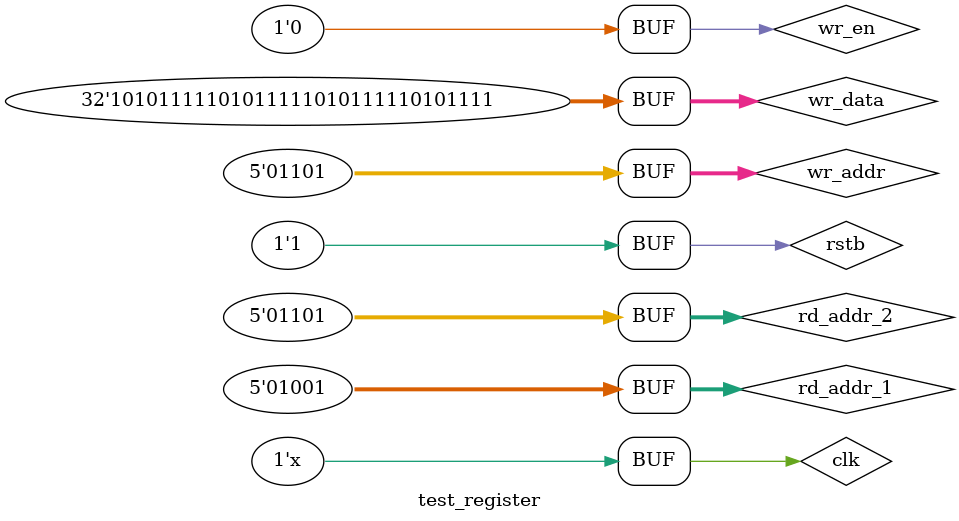
<source format=v>
`timescale 1ns / 1ps


module test_register;

	// Inputs
	reg clk;
	reg rstb;
	reg wr_en;
	reg [4:0] rd_addr_1;
	reg [4:0] rd_addr_2;
	reg [4:0] wr_addr;
	reg [31:0] wr_data;

	// Outputs
	wire [31:0] rd_data_1;
	wire [31:0] rd_data_2;

	// Instantiate the Unit Under Test (UUT)
	register uut (
		.clk(clk), 
		.rstb(rstb), 
		.wr_en(wr_en), 
		.rd_addr_1(rd_addr_1), 
		.rd_addr_2(rd_addr_2), 
		.wr_addr(wr_addr), 
		.wr_data(wr_data), 
		.rd_data_1(rd_data_1), 
		.rd_data_2(rd_data_2)
	);

	initial begin
		// Initialize Inputs
		clk = 0;
		rstb = 0;
		wr_en = 0;
		rd_addr_1 = 0;
		rd_addr_2 = 0;
		wr_addr = 0;
		wr_data = 0;

		// Wait 100 ns for global reset to finish
		#100;
		rstb = 1;
		#20;
		
		rd_addr_1 = 5'd8;
		#40;
		rd_addr_1 = 5'd7;
		#40;
		wr_en = 1;
		wr_addr = 5'd8;
		wr_data = 32'hFFFFFFFF;
		#40;
		wr_addr = 5'd13;
		wr_data = 32'hAFAFAFAF;
		#40;
		wr_en = 0;
		rd_addr_1 = 5'd8;
      #40;
		rd_addr_2 = 5'd7;
		#40;
		rd_addr_1 = 5'd9;
		rd_addr_2 = 5'd13;
		// Add stimulus here

	end
	
	always #5 clk = ~clk;
      
endmodule


</source>
